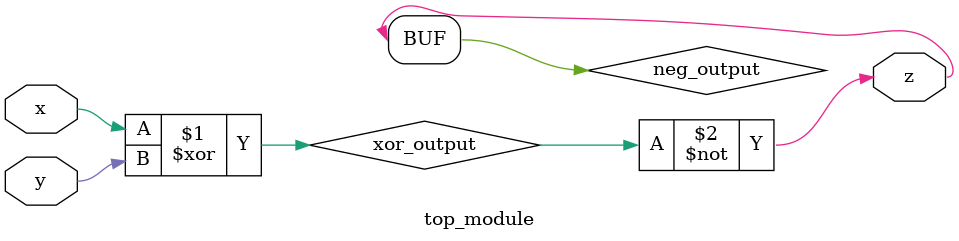
<source format=sv>
module top_module(
    input x,
    input y,
    output z
);

// Internal wire for XOR operation
wire xor_output;

// Internal wire for negation operation
wire neg_output;

// XOR gate
assign xor_output = x ^ y;

// Negation gate
assign neg_output = ~xor_output;

// Output assignment
assign z = neg_output;

endmodule

</source>
